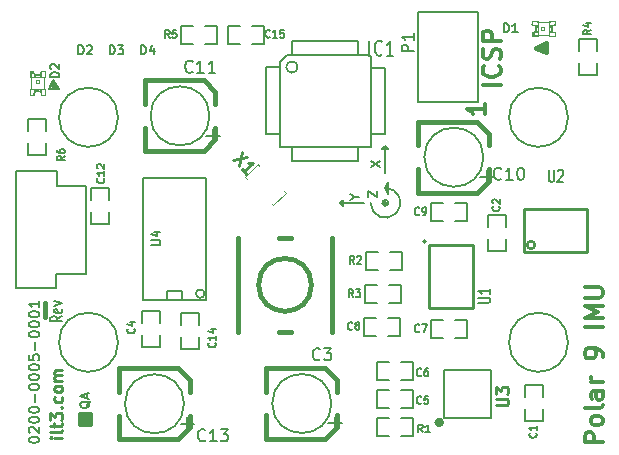
<source format=gto>
G04 (created by PCBNEW-RS274X (2011-nov-30)-testing) date Mon 06 Aug 2012 11:32:35 AM EDT*
%MOIN*%
G04 Gerber Fmt 3.4, Leading zero omitted, Abs format*
%FSLAX34Y34*%
G01*
G70*
G90*
G04 APERTURE LIST*
%ADD10C,0.006*%
%ADD11C,0.012*%
%ADD12C,0.0075*%
%ADD13C,0.01*%
%ADD14C,0.015*%
%ADD15C,0.0079*%
%ADD16C,0.0026*%
%ADD17C,0.004*%
%ADD18C,0.002*%
%ADD19C,0.008*%
%ADD20C,0.0039*%
%ADD21C,0.005*%
%ADD22C,0.0078*%
%ADD23C,0.0099*%
%ADD24C,0.007*%
%ADD25C,0.0062*%
G04 APERTURE END LIST*
G54D10*
G54D11*
X19643Y415D02*
X19043Y415D01*
X19043Y643D01*
X19071Y701D01*
X19100Y729D01*
X19157Y758D01*
X19243Y758D01*
X19300Y729D01*
X19329Y701D01*
X19357Y643D01*
X19357Y415D01*
X19643Y1101D02*
X19614Y1043D01*
X19586Y1015D01*
X19529Y986D01*
X19357Y986D01*
X19300Y1015D01*
X19271Y1043D01*
X19243Y1101D01*
X19243Y1186D01*
X19271Y1243D01*
X19300Y1272D01*
X19357Y1301D01*
X19529Y1301D01*
X19586Y1272D01*
X19614Y1243D01*
X19643Y1186D01*
X19643Y1101D01*
X19643Y1644D02*
X19614Y1586D01*
X19557Y1558D01*
X19043Y1558D01*
X19643Y2129D02*
X19329Y2129D01*
X19271Y2100D01*
X19243Y2043D01*
X19243Y1929D01*
X19271Y1872D01*
X19614Y2129D02*
X19643Y2072D01*
X19643Y1929D01*
X19614Y1872D01*
X19557Y1843D01*
X19500Y1843D01*
X19443Y1872D01*
X19414Y1929D01*
X19414Y2072D01*
X19386Y2129D01*
X19643Y2415D02*
X19243Y2415D01*
X19357Y2415D02*
X19300Y2443D01*
X19271Y2472D01*
X19243Y2529D01*
X19243Y2586D01*
X19643Y3271D02*
X19643Y3386D01*
X19614Y3443D01*
X19586Y3471D01*
X19500Y3529D01*
X19386Y3557D01*
X19157Y3557D01*
X19100Y3529D01*
X19071Y3500D01*
X19043Y3443D01*
X19043Y3329D01*
X19071Y3271D01*
X19100Y3243D01*
X19157Y3214D01*
X19300Y3214D01*
X19357Y3243D01*
X19386Y3271D01*
X19414Y3329D01*
X19414Y3443D01*
X19386Y3500D01*
X19357Y3529D01*
X19300Y3557D01*
X19643Y4271D02*
X19043Y4271D01*
X19643Y4557D02*
X19043Y4557D01*
X19471Y4757D01*
X19043Y4957D01*
X19643Y4957D01*
X19043Y5243D02*
X19529Y5243D01*
X19586Y5271D01*
X19614Y5300D01*
X19643Y5357D01*
X19643Y5471D01*
X19614Y5529D01*
X19586Y5557D01*
X19529Y5586D01*
X19043Y5586D01*
G54D12*
X2550Y1786D02*
X2536Y1758D01*
X2507Y1729D01*
X2464Y1686D01*
X2450Y1658D01*
X2450Y1629D01*
X2521Y1644D02*
X2507Y1615D01*
X2479Y1586D01*
X2421Y1572D01*
X2321Y1572D01*
X2264Y1586D01*
X2236Y1615D01*
X2221Y1644D01*
X2221Y1701D01*
X2236Y1729D01*
X2264Y1758D01*
X2321Y1772D01*
X2421Y1772D01*
X2479Y1758D01*
X2507Y1729D01*
X2521Y1701D01*
X2521Y1644D01*
X2436Y1886D02*
X2436Y2029D01*
X2521Y1858D02*
X2221Y1958D01*
X2521Y2058D01*
G54D13*
X1632Y570D02*
X1365Y570D01*
X1232Y570D02*
X1251Y551D01*
X1270Y570D01*
X1251Y589D01*
X1232Y570D01*
X1270Y570D01*
X1632Y817D02*
X1613Y779D01*
X1575Y760D01*
X1232Y760D01*
X1365Y913D02*
X1365Y1065D01*
X1232Y970D02*
X1575Y970D01*
X1613Y989D01*
X1632Y1027D01*
X1632Y1065D01*
X1232Y1161D02*
X1232Y1409D01*
X1384Y1275D01*
X1384Y1333D01*
X1403Y1371D01*
X1422Y1390D01*
X1460Y1409D01*
X1556Y1409D01*
X1594Y1390D01*
X1613Y1371D01*
X1632Y1333D01*
X1632Y1218D01*
X1613Y1180D01*
X1594Y1161D01*
X1594Y1580D02*
X1613Y1599D01*
X1632Y1580D01*
X1613Y1561D01*
X1594Y1580D01*
X1632Y1580D01*
X1613Y1942D02*
X1632Y1904D01*
X1632Y1827D01*
X1613Y1789D01*
X1594Y1770D01*
X1556Y1751D01*
X1441Y1751D01*
X1403Y1770D01*
X1384Y1789D01*
X1365Y1827D01*
X1365Y1904D01*
X1384Y1942D01*
X1632Y2170D02*
X1613Y2132D01*
X1594Y2113D01*
X1556Y2094D01*
X1441Y2094D01*
X1403Y2113D01*
X1384Y2132D01*
X1365Y2170D01*
X1365Y2228D01*
X1384Y2266D01*
X1403Y2285D01*
X1441Y2304D01*
X1556Y2304D01*
X1594Y2285D01*
X1613Y2266D01*
X1632Y2228D01*
X1632Y2170D01*
X1632Y2475D02*
X1365Y2475D01*
X1403Y2475D02*
X1384Y2494D01*
X1365Y2532D01*
X1365Y2590D01*
X1384Y2628D01*
X1422Y2647D01*
X1632Y2647D01*
X1422Y2647D02*
X1384Y2666D01*
X1365Y2704D01*
X1365Y2761D01*
X1384Y2799D01*
X1422Y2818D01*
X1632Y2818D01*
G54D12*
X1632Y4620D02*
X1441Y4520D01*
X1632Y4448D02*
X1232Y4448D01*
X1232Y4563D01*
X1251Y4591D01*
X1270Y4606D01*
X1308Y4620D01*
X1365Y4620D01*
X1403Y4606D01*
X1422Y4591D01*
X1441Y4563D01*
X1441Y4448D01*
X1613Y4863D02*
X1632Y4834D01*
X1632Y4777D01*
X1613Y4748D01*
X1575Y4734D01*
X1422Y4734D01*
X1384Y4748D01*
X1365Y4777D01*
X1365Y4834D01*
X1384Y4863D01*
X1422Y4877D01*
X1460Y4877D01*
X1499Y4734D01*
X1365Y4977D02*
X1632Y5048D01*
X1365Y5120D01*
G54D14*
X1040Y5050D02*
X1040Y4590D01*
G54D12*
X512Y479D02*
X512Y512D01*
X528Y546D01*
X545Y562D01*
X578Y579D01*
X645Y596D01*
X728Y596D01*
X795Y579D01*
X828Y562D01*
X845Y546D01*
X862Y512D01*
X862Y479D01*
X845Y446D01*
X828Y429D01*
X795Y412D01*
X728Y396D01*
X645Y396D01*
X578Y412D01*
X545Y429D01*
X528Y446D01*
X512Y479D01*
X545Y729D02*
X528Y745D01*
X512Y779D01*
X512Y862D01*
X528Y895D01*
X545Y912D01*
X578Y929D01*
X612Y929D01*
X662Y912D01*
X862Y712D01*
X862Y929D01*
X512Y1145D02*
X512Y1178D01*
X528Y1212D01*
X545Y1228D01*
X578Y1245D01*
X645Y1262D01*
X728Y1262D01*
X795Y1245D01*
X828Y1228D01*
X845Y1212D01*
X862Y1178D01*
X862Y1145D01*
X845Y1112D01*
X828Y1095D01*
X795Y1078D01*
X728Y1062D01*
X645Y1062D01*
X578Y1078D01*
X545Y1095D01*
X528Y1112D01*
X512Y1145D01*
X512Y1478D02*
X512Y1511D01*
X528Y1545D01*
X545Y1561D01*
X578Y1578D01*
X645Y1595D01*
X728Y1595D01*
X795Y1578D01*
X828Y1561D01*
X845Y1545D01*
X862Y1511D01*
X862Y1478D01*
X845Y1445D01*
X828Y1428D01*
X795Y1411D01*
X728Y1395D01*
X645Y1395D01*
X578Y1411D01*
X545Y1428D01*
X528Y1445D01*
X512Y1478D01*
X728Y1744D02*
X728Y2011D01*
X512Y2244D02*
X512Y2277D01*
X528Y2311D01*
X545Y2327D01*
X578Y2344D01*
X645Y2361D01*
X728Y2361D01*
X795Y2344D01*
X828Y2327D01*
X845Y2311D01*
X862Y2277D01*
X862Y2244D01*
X845Y2211D01*
X828Y2194D01*
X795Y2177D01*
X728Y2161D01*
X645Y2161D01*
X578Y2177D01*
X545Y2194D01*
X528Y2211D01*
X512Y2244D01*
X512Y2577D02*
X512Y2610D01*
X528Y2644D01*
X545Y2660D01*
X578Y2677D01*
X645Y2694D01*
X728Y2694D01*
X795Y2677D01*
X828Y2660D01*
X845Y2644D01*
X862Y2610D01*
X862Y2577D01*
X845Y2544D01*
X828Y2527D01*
X795Y2510D01*
X728Y2494D01*
X645Y2494D01*
X578Y2510D01*
X545Y2527D01*
X528Y2544D01*
X512Y2577D01*
X512Y2910D02*
X512Y2943D01*
X528Y2977D01*
X545Y2993D01*
X578Y3010D01*
X645Y3027D01*
X728Y3027D01*
X795Y3010D01*
X828Y2993D01*
X845Y2977D01*
X862Y2943D01*
X862Y2910D01*
X845Y2877D01*
X828Y2860D01*
X795Y2843D01*
X728Y2827D01*
X645Y2827D01*
X578Y2843D01*
X545Y2860D01*
X528Y2877D01*
X512Y2910D01*
X512Y3343D02*
X512Y3176D01*
X678Y3160D01*
X662Y3176D01*
X645Y3210D01*
X645Y3293D01*
X662Y3326D01*
X678Y3343D01*
X712Y3360D01*
X795Y3360D01*
X828Y3343D01*
X845Y3326D01*
X862Y3293D01*
X862Y3210D01*
X845Y3176D01*
X828Y3160D01*
X728Y3509D02*
X728Y3776D01*
X512Y4009D02*
X512Y4042D01*
X528Y4076D01*
X545Y4092D01*
X578Y4109D01*
X645Y4126D01*
X728Y4126D01*
X795Y4109D01*
X828Y4092D01*
X845Y4076D01*
X862Y4042D01*
X862Y4009D01*
X845Y3976D01*
X828Y3959D01*
X795Y3942D01*
X728Y3926D01*
X645Y3926D01*
X578Y3942D01*
X545Y3959D01*
X528Y3976D01*
X512Y4009D01*
X512Y4342D02*
X512Y4375D01*
X528Y4409D01*
X545Y4425D01*
X578Y4442D01*
X645Y4459D01*
X728Y4459D01*
X795Y4442D01*
X828Y4425D01*
X845Y4409D01*
X862Y4375D01*
X862Y4342D01*
X845Y4309D01*
X828Y4292D01*
X795Y4275D01*
X728Y4259D01*
X645Y4259D01*
X578Y4275D01*
X545Y4292D01*
X528Y4309D01*
X512Y4342D01*
X512Y4675D02*
X512Y4708D01*
X528Y4742D01*
X545Y4758D01*
X578Y4775D01*
X645Y4792D01*
X728Y4792D01*
X795Y4775D01*
X828Y4758D01*
X845Y4742D01*
X862Y4708D01*
X862Y4675D01*
X845Y4642D01*
X828Y4625D01*
X795Y4608D01*
X728Y4592D01*
X645Y4592D01*
X578Y4608D01*
X545Y4625D01*
X528Y4642D01*
X512Y4675D01*
X862Y5125D02*
X862Y4925D01*
X862Y5025D02*
X512Y5025D01*
X562Y4991D01*
X595Y4958D01*
X612Y4925D01*
G54D15*
X13739Y7112D02*
G75*
G03X13739Y7112I-40J0D01*
G74*
G01*
G54D13*
X13855Y4910D02*
X13855Y7010D01*
X13855Y7010D02*
X15305Y7010D01*
X15305Y7010D02*
X15305Y4910D01*
X15305Y4910D02*
X13855Y4910D01*
G54D14*
X14274Y1080D02*
G75*
G03X14274Y1080I-79J0D01*
G74*
G01*
G54D15*
X14353Y1238D02*
X14353Y2812D01*
X14353Y2812D02*
X15927Y2812D01*
X15927Y2812D02*
X15927Y1238D01*
X15927Y1238D02*
X14353Y1238D01*
X11700Y8400D02*
X10900Y8400D01*
X10900Y8400D02*
X11000Y8300D01*
X11000Y8300D02*
X11000Y8500D01*
X11000Y8500D02*
X10900Y8400D01*
X12400Y9400D02*
X12400Y10300D01*
X12400Y10300D02*
X12300Y10200D01*
X12300Y10200D02*
X12500Y10200D01*
X12500Y10200D02*
X12400Y10300D01*
X12400Y8300D02*
X12400Y8500D01*
X12500Y8400D02*
X12300Y8400D01*
X12500Y8400D02*
G75*
G03X12500Y8400I-100J0D01*
G74*
G01*
X12500Y8700D02*
X12400Y8900D01*
X12400Y8900D02*
X12500Y9100D01*
X12500Y9100D02*
X12500Y8700D01*
X11900Y8400D02*
G75*
G03X12400Y8900I500J0D01*
G74*
G01*
X1194Y12203D02*
X1312Y12479D01*
X1312Y12479D02*
X1509Y12203D01*
X1509Y12203D02*
X1194Y12203D01*
X1194Y12203D02*
X1430Y12243D01*
X1430Y12243D02*
X1312Y12361D01*
X1312Y12361D02*
X1272Y12282D01*
X1272Y12282D02*
X1351Y12282D01*
X1351Y12282D02*
X1312Y12400D01*
G54D16*
X918Y12596D02*
X1046Y12596D01*
X1046Y12596D02*
X1046Y12793D01*
X918Y12793D02*
X1046Y12793D01*
X918Y12596D02*
X918Y12793D01*
X673Y12596D02*
X732Y12596D01*
X732Y12596D02*
X732Y12695D01*
X673Y12695D02*
X732Y12695D01*
X673Y12596D02*
X673Y12695D01*
X868Y12596D02*
X927Y12596D01*
X927Y12596D02*
X927Y12695D01*
X868Y12695D02*
X927Y12695D01*
X868Y12596D02*
X868Y12695D01*
X722Y12596D02*
X878Y12596D01*
X878Y12596D02*
X878Y12665D01*
X722Y12665D02*
X878Y12665D01*
X722Y12596D02*
X722Y12665D01*
X918Y12007D02*
X1046Y12007D01*
X1046Y12007D02*
X1046Y12204D01*
X918Y12204D02*
X1046Y12204D01*
X918Y12007D02*
X918Y12204D01*
X554Y12007D02*
X682Y12007D01*
X682Y12007D02*
X682Y12204D01*
X554Y12204D02*
X682Y12204D01*
X554Y12007D02*
X554Y12204D01*
X868Y12105D02*
X927Y12105D01*
X927Y12105D02*
X927Y12204D01*
X868Y12204D02*
X927Y12204D01*
X868Y12105D02*
X868Y12204D01*
X673Y12105D02*
X732Y12105D01*
X732Y12105D02*
X732Y12204D01*
X673Y12204D02*
X732Y12204D01*
X673Y12105D02*
X673Y12204D01*
X722Y12135D02*
X878Y12135D01*
X878Y12135D02*
X878Y12204D01*
X722Y12204D02*
X878Y12204D01*
X722Y12135D02*
X722Y12204D01*
X761Y12400D02*
X839Y12400D01*
X839Y12400D02*
X839Y12478D01*
X761Y12478D02*
X839Y12478D01*
X761Y12400D02*
X761Y12478D01*
X564Y12596D02*
X682Y12596D01*
X682Y12596D02*
X682Y12714D01*
X564Y12714D02*
X682Y12714D01*
X564Y12596D02*
X564Y12714D01*
X554Y12764D02*
X643Y12764D01*
X643Y12764D02*
X643Y12793D01*
X554Y12793D02*
X643Y12793D01*
X554Y12764D02*
X554Y12793D01*
G54D17*
X1026Y12606D02*
X1026Y12194D01*
X574Y12204D02*
X574Y12764D01*
G54D18*
X651Y12734D02*
G75*
G03X651Y12734I-28J0D01*
G74*
G01*
G54D17*
X663Y12793D02*
G75*
G03X937Y12793I137J0D01*
G74*
G01*
X937Y12007D02*
G75*
G03X663Y12007I-137J0D01*
G74*
G01*
G54D19*
X15480Y14750D02*
X15480Y11750D01*
X13480Y11750D02*
X13480Y14750D01*
X13480Y14750D02*
X15480Y14750D01*
X15480Y11750D02*
X13480Y11750D01*
G54D15*
X82Y9469D02*
X82Y5571D01*
X82Y5571D02*
X1420Y5571D01*
X1420Y5571D02*
X1420Y6043D01*
X1420Y6043D02*
X2405Y6043D01*
X2405Y6043D02*
X2405Y8957D01*
X2405Y8957D02*
X1460Y8957D01*
X1460Y8957D02*
X1460Y9469D01*
X1460Y9469D02*
X82Y9469D01*
G54D14*
X17749Y13733D02*
X17434Y13575D01*
X17434Y13575D02*
X17749Y13418D01*
X17749Y13418D02*
X17749Y13733D01*
X17749Y13733D02*
X17591Y13496D01*
G54D16*
X17474Y14323D02*
X17474Y14451D01*
X17474Y14451D02*
X17277Y14451D01*
X17277Y14323D02*
X17277Y14451D01*
X17474Y14323D02*
X17277Y14323D01*
X17474Y14078D02*
X17474Y14137D01*
X17474Y14137D02*
X17375Y14137D01*
X17375Y14078D02*
X17375Y14137D01*
X17474Y14078D02*
X17375Y14078D01*
X17474Y14273D02*
X17474Y14332D01*
X17474Y14332D02*
X17375Y14332D01*
X17375Y14273D02*
X17375Y14332D01*
X17474Y14273D02*
X17375Y14273D01*
X17474Y14127D02*
X17474Y14283D01*
X17474Y14283D02*
X17405Y14283D01*
X17405Y14127D02*
X17405Y14283D01*
X17474Y14127D02*
X17405Y14127D01*
X18063Y14323D02*
X18063Y14451D01*
X18063Y14451D02*
X17866Y14451D01*
X17866Y14323D02*
X17866Y14451D01*
X18063Y14323D02*
X17866Y14323D01*
X18063Y13959D02*
X18063Y14087D01*
X18063Y14087D02*
X17866Y14087D01*
X17866Y13959D02*
X17866Y14087D01*
X18063Y13959D02*
X17866Y13959D01*
X17965Y14273D02*
X17965Y14332D01*
X17965Y14332D02*
X17866Y14332D01*
X17866Y14273D02*
X17866Y14332D01*
X17965Y14273D02*
X17866Y14273D01*
X17965Y14078D02*
X17965Y14137D01*
X17965Y14137D02*
X17866Y14137D01*
X17866Y14078D02*
X17866Y14137D01*
X17965Y14078D02*
X17866Y14078D01*
X17935Y14127D02*
X17935Y14283D01*
X17935Y14283D02*
X17866Y14283D01*
X17866Y14127D02*
X17866Y14283D01*
X17935Y14127D02*
X17866Y14127D01*
X17670Y14166D02*
X17670Y14244D01*
X17670Y14244D02*
X17592Y14244D01*
X17592Y14166D02*
X17592Y14244D01*
X17670Y14166D02*
X17592Y14166D01*
X17474Y13969D02*
X17474Y14087D01*
X17474Y14087D02*
X17356Y14087D01*
X17356Y13969D02*
X17356Y14087D01*
X17474Y13969D02*
X17356Y13969D01*
X17306Y13959D02*
X17306Y14048D01*
X17306Y14048D02*
X17277Y14048D01*
X17277Y13959D02*
X17277Y14048D01*
X17306Y13959D02*
X17277Y13959D01*
G54D17*
X17464Y14431D02*
X17876Y14431D01*
X17866Y13979D02*
X17306Y13979D01*
G54D18*
X17364Y14028D02*
G75*
G03X17364Y14028I-28J0D01*
G74*
G01*
G54D17*
X17277Y14068D02*
G75*
G03X17277Y14342I0J137D01*
G74*
G01*
X18063Y14342D02*
G75*
G03X18063Y14068I0J-137D01*
G74*
G01*
G54D20*
X8191Y9626D02*
X8136Y9682D01*
X7774Y9209D02*
X7718Y9264D01*
X8609Y8374D02*
X8664Y8318D01*
X9026Y8791D02*
X9082Y8736D01*
X7718Y9264D02*
X8136Y9682D01*
X9082Y8736D02*
X8664Y8318D01*
G54D13*
X17015Y8200D02*
X19115Y8200D01*
X19115Y8200D02*
X19115Y6750D01*
X19115Y6750D02*
X17015Y6750D01*
X17015Y6750D02*
X17015Y8200D01*
X17376Y6994D02*
G75*
G03X17376Y6994I-128J0D01*
G74*
G01*
G54D10*
X12380Y10710D02*
X11930Y10710D01*
X12380Y12890D02*
X11940Y12890D01*
X12380Y10710D02*
X12380Y12890D01*
X11500Y10240D02*
X11500Y9810D01*
X9290Y10230D02*
X9290Y9810D01*
X9280Y9810D02*
X11500Y9800D01*
X9300Y13780D02*
X11470Y13790D01*
X8870Y13090D02*
X8870Y10260D01*
X11480Y13780D02*
X11480Y13370D01*
X9120Y13330D02*
X11900Y13330D01*
X11920Y10250D02*
X11920Y13290D01*
X8870Y10250D02*
X11870Y10250D01*
X8420Y12920D02*
X8420Y10700D01*
X8420Y10700D02*
X8870Y10700D01*
X8874Y13100D02*
X9104Y13330D01*
X8422Y12920D02*
X8874Y12920D01*
X9300Y13330D02*
X9300Y13782D01*
X9470Y12926D02*
G75*
G03X9470Y12926I-188J0D01*
G74*
G01*
G54D21*
X6366Y5370D02*
G75*
G03X6366Y5370I-141J0D01*
G74*
G01*
X5125Y5170D02*
X5125Y5470D01*
X5125Y5470D02*
X5625Y5470D01*
X5625Y5470D02*
X5625Y5170D01*
X6425Y9220D02*
X6425Y5170D01*
X4325Y5170D02*
X4325Y9220D01*
X4325Y5170D02*
X6425Y5170D01*
X4325Y9220D02*
X6425Y9220D01*
X12140Y6175D02*
X11740Y6175D01*
X11740Y6175D02*
X11740Y6775D01*
X11740Y6775D02*
X12140Y6775D01*
X12540Y6775D02*
X12940Y6775D01*
X12940Y6775D02*
X12940Y6175D01*
X12940Y6175D02*
X12540Y6175D01*
X12520Y615D02*
X12120Y615D01*
X12120Y615D02*
X12120Y1215D01*
X12120Y1215D02*
X12520Y1215D01*
X12920Y1215D02*
X13320Y1215D01*
X13320Y1215D02*
X13320Y615D01*
X13320Y615D02*
X12920Y615D01*
X17040Y1925D02*
X17040Y2325D01*
X17040Y2325D02*
X17640Y2325D01*
X17640Y2325D02*
X17640Y1925D01*
X17640Y1525D02*
X17640Y1125D01*
X17640Y1125D02*
X17040Y1125D01*
X17040Y1125D02*
X17040Y1525D01*
X14315Y3895D02*
X13915Y3895D01*
X13915Y3895D02*
X13915Y4495D01*
X13915Y4495D02*
X14315Y4495D01*
X14715Y4495D02*
X15115Y4495D01*
X15115Y4495D02*
X15115Y3895D01*
X15115Y3895D02*
X14715Y3895D01*
X15810Y7580D02*
X15810Y7980D01*
X15810Y7980D02*
X16410Y7980D01*
X16410Y7980D02*
X16410Y7580D01*
X16410Y7180D02*
X16410Y6780D01*
X16410Y6780D02*
X15810Y6780D01*
X15810Y6780D02*
X15810Y7180D01*
X14315Y7795D02*
X13915Y7795D01*
X13915Y7795D02*
X13915Y8395D01*
X13915Y8395D02*
X14315Y8395D01*
X14715Y8395D02*
X15115Y8395D01*
X15115Y8395D02*
X15115Y7795D01*
X15115Y7795D02*
X14715Y7795D01*
X12080Y3970D02*
X11680Y3970D01*
X11680Y3970D02*
X11680Y4570D01*
X11680Y4570D02*
X12080Y4570D01*
X12480Y4570D02*
X12880Y4570D01*
X12880Y4570D02*
X12880Y3970D01*
X12880Y3970D02*
X12480Y3970D01*
X12110Y5065D02*
X11710Y5065D01*
X11710Y5065D02*
X11710Y5665D01*
X11710Y5665D02*
X12110Y5665D01*
X12510Y5665D02*
X12910Y5665D01*
X12910Y5665D02*
X12910Y5065D01*
X12910Y5065D02*
X12510Y5065D01*
X4270Y4395D02*
X4270Y4795D01*
X4270Y4795D02*
X4870Y4795D01*
X4870Y4795D02*
X4870Y4395D01*
X4870Y3995D02*
X4870Y3595D01*
X4870Y3595D02*
X4270Y3595D01*
X4270Y3595D02*
X4270Y3995D01*
X12905Y3090D02*
X13305Y3090D01*
X13305Y3090D02*
X13305Y2490D01*
X13305Y2490D02*
X12905Y2490D01*
X12505Y2490D02*
X12105Y2490D01*
X12105Y2490D02*
X12105Y3090D01*
X12105Y3090D02*
X12505Y3090D01*
X12920Y2175D02*
X13320Y2175D01*
X13320Y2175D02*
X13320Y1575D01*
X13320Y1575D02*
X12920Y1575D01*
X12520Y1575D02*
X12120Y1575D01*
X12120Y1575D02*
X12120Y2175D01*
X12120Y2175D02*
X12520Y2175D01*
X5600Y4325D02*
X5600Y4725D01*
X5600Y4725D02*
X6200Y4725D01*
X6200Y4725D02*
X6200Y4325D01*
X6200Y3925D02*
X6200Y3525D01*
X6200Y3525D02*
X5600Y3525D01*
X5600Y3525D02*
X5600Y3925D01*
X3200Y8100D02*
X3200Y7700D01*
X3200Y7700D02*
X2600Y7700D01*
X2600Y7700D02*
X2600Y8100D01*
X2600Y8500D02*
X2600Y8900D01*
X2600Y8900D02*
X3200Y8900D01*
X3200Y8900D02*
X3200Y8500D01*
X7960Y14310D02*
X8360Y14310D01*
X8360Y14310D02*
X8360Y13710D01*
X8360Y13710D02*
X7960Y13710D01*
X7560Y13710D02*
X7160Y13710D01*
X7160Y13710D02*
X7160Y14310D01*
X7160Y14310D02*
X7560Y14310D01*
X5990Y13700D02*
X5590Y13700D01*
X5590Y13700D02*
X5590Y14300D01*
X5590Y14300D02*
X5990Y14300D01*
X6390Y14300D02*
X6790Y14300D01*
X6790Y14300D02*
X6790Y13700D01*
X6790Y13700D02*
X6390Y13700D01*
X18840Y13460D02*
X18840Y13860D01*
X18840Y13860D02*
X19440Y13860D01*
X19440Y13860D02*
X19440Y13460D01*
X19440Y13060D02*
X19440Y12660D01*
X19440Y12660D02*
X18840Y12660D01*
X18840Y12660D02*
X18840Y13060D01*
G54D14*
X15861Y10314D02*
X15861Y10707D01*
X15861Y10707D02*
X15467Y11101D01*
X15467Y11101D02*
X13499Y11101D01*
X13499Y11101D02*
X13499Y10314D01*
X13499Y9526D02*
X13499Y8739D01*
X13499Y8739D02*
X15467Y8739D01*
X15467Y8739D02*
X15861Y9133D01*
X15861Y9133D02*
X15861Y9526D01*
G54D22*
X15664Y9920D02*
G75*
G03X15664Y9920I-984J0D01*
G74*
G01*
G54D14*
X10791Y2104D02*
X10791Y2497D01*
X10791Y2497D02*
X10397Y2891D01*
X10397Y2891D02*
X8429Y2891D01*
X8429Y2891D02*
X8429Y2104D01*
X8429Y1316D02*
X8429Y529D01*
X8429Y529D02*
X10397Y529D01*
X10397Y529D02*
X10791Y923D01*
X10791Y923D02*
X10791Y1316D01*
G54D22*
X10594Y1710D02*
G75*
G03X10594Y1710I-984J0D01*
G74*
G01*
G54D14*
X5881Y2094D02*
X5881Y2487D01*
X5881Y2487D02*
X5487Y2881D01*
X5487Y2881D02*
X3519Y2881D01*
X3519Y2881D02*
X3519Y2094D01*
X3519Y1306D02*
X3519Y519D01*
X3519Y519D02*
X5487Y519D01*
X5487Y519D02*
X5881Y913D01*
X5881Y913D02*
X5881Y1306D01*
G54D22*
X5684Y1700D02*
G75*
G03X5684Y1700I-984J0D01*
G74*
G01*
G54D14*
X6731Y11694D02*
X6731Y12087D01*
X6731Y12087D02*
X6337Y12481D01*
X6337Y12481D02*
X4369Y12481D01*
X4369Y12481D02*
X4369Y11694D01*
X4369Y10906D02*
X4369Y10119D01*
X4369Y10119D02*
X6337Y10119D01*
X6337Y10119D02*
X6731Y10513D01*
X6731Y10513D02*
X6731Y10906D01*
G54D22*
X6534Y11300D02*
G75*
G03X6534Y11300I-984J0D01*
G74*
G01*
G54D15*
X3484Y11250D02*
G75*
G03X3484Y11250I-984J0D01*
G74*
G01*
X18484Y3750D02*
G75*
G03X18484Y3750I-984J0D01*
G74*
G01*
X18484Y11250D02*
G75*
G03X18484Y11250I-984J0D01*
G74*
G01*
X3484Y3750D02*
G75*
G03X3484Y3750I-984J0D01*
G74*
G01*
G54D21*
X500Y10800D02*
X500Y11200D01*
X500Y11200D02*
X1100Y11200D01*
X1100Y11200D02*
X1100Y10800D01*
X1100Y10400D02*
X1100Y10000D01*
X1100Y10000D02*
X500Y10000D01*
X500Y10000D02*
X500Y10400D01*
G54D14*
X7475Y7240D02*
X7475Y4090D01*
X9247Y7240D02*
X8853Y7240D01*
X9247Y4090D02*
X8853Y4090D01*
X10625Y7240D02*
X10625Y4090D01*
X9930Y5665D02*
G75*
G03X9930Y5665I-880J0D01*
G74*
G01*
G54D12*
X15498Y5065D02*
X15822Y5065D01*
X15860Y5080D01*
X15879Y5094D01*
X15898Y5123D01*
X15898Y5180D01*
X15879Y5208D01*
X15860Y5223D01*
X15822Y5237D01*
X15498Y5237D01*
X15898Y5537D02*
X15898Y5365D01*
X15898Y5451D02*
X15498Y5451D01*
X15555Y5422D01*
X15593Y5394D01*
X15612Y5365D01*
G54D23*
X16100Y1650D02*
X16419Y1650D01*
X16457Y1669D01*
X16476Y1687D01*
X16494Y1725D01*
X16494Y1800D01*
X16476Y1837D01*
X16457Y1856D01*
X16419Y1875D01*
X16100Y1875D01*
X16100Y2025D02*
X16100Y2269D01*
X16251Y2138D01*
X16251Y2194D01*
X16269Y2232D01*
X16288Y2250D01*
X16326Y2269D01*
X16419Y2269D01*
X16457Y2250D01*
X16476Y2232D01*
X16494Y2194D01*
X16494Y2082D01*
X16476Y2044D01*
X16457Y2025D01*
G54D11*
G54D24*
X11921Y9600D02*
X12221Y9800D01*
X11921Y9800D02*
X12221Y9600D01*
X11379Y8601D02*
X11521Y8601D01*
X11221Y8501D02*
X11379Y8601D01*
X11221Y8701D01*
X11821Y8600D02*
X11821Y8800D01*
X12121Y8600D01*
X12121Y8800D01*
X2164Y13349D02*
X2164Y13649D01*
X2236Y13649D01*
X2279Y13634D01*
X2307Y13606D01*
X2322Y13577D01*
X2336Y13520D01*
X2336Y13477D01*
X2322Y13420D01*
X2307Y13391D01*
X2279Y13363D01*
X2236Y13349D01*
X2164Y13349D01*
X2450Y13620D02*
X2464Y13634D01*
X2493Y13649D01*
X2564Y13649D01*
X2593Y13634D01*
X2607Y13620D01*
X2622Y13591D01*
X2622Y13563D01*
X2607Y13520D01*
X2436Y13349D01*
X2622Y13349D01*
X3208Y13349D02*
X3208Y13649D01*
X3280Y13649D01*
X3323Y13634D01*
X3351Y13606D01*
X3366Y13577D01*
X3380Y13520D01*
X3380Y13477D01*
X3366Y13420D01*
X3351Y13391D01*
X3323Y13363D01*
X3280Y13349D01*
X3208Y13349D01*
X3480Y13649D02*
X3666Y13649D01*
X3566Y13534D01*
X3608Y13534D01*
X3637Y13520D01*
X3651Y13506D01*
X3666Y13477D01*
X3666Y13406D01*
X3651Y13377D01*
X3637Y13363D01*
X3608Y13349D01*
X3523Y13349D01*
X3494Y13363D01*
X3480Y13377D01*
X4252Y13349D02*
X4252Y13649D01*
X4324Y13649D01*
X4367Y13634D01*
X4395Y13606D01*
X4410Y13577D01*
X4424Y13520D01*
X4424Y13477D01*
X4410Y13420D01*
X4395Y13391D01*
X4367Y13363D01*
X4324Y13349D01*
X4252Y13349D01*
X4681Y13549D02*
X4681Y13349D01*
X4610Y13663D02*
X4538Y13449D01*
X4724Y13449D01*
G54D21*
X1521Y12578D02*
X1221Y12578D01*
X1221Y12650D01*
X1236Y12693D01*
X1264Y12721D01*
X1293Y12736D01*
X1350Y12750D01*
X1393Y12750D01*
X1450Y12736D01*
X1479Y12721D01*
X1507Y12693D01*
X1521Y12650D01*
X1521Y12578D01*
X1250Y12864D02*
X1236Y12878D01*
X1221Y12907D01*
X1221Y12978D01*
X1236Y13007D01*
X1250Y13021D01*
X1279Y13036D01*
X1307Y13036D01*
X1350Y13021D01*
X1521Y12850D01*
X1521Y13036D01*
G54D19*
X13342Y13445D02*
X12942Y13445D01*
X12942Y13598D01*
X12961Y13636D01*
X12980Y13655D01*
X13018Y13674D01*
X13075Y13674D01*
X13113Y13655D01*
X13132Y13636D01*
X13151Y13598D01*
X13151Y13445D01*
X13342Y14055D02*
X13342Y13826D01*
X13342Y13940D02*
X12942Y13940D01*
X12999Y13902D01*
X13037Y13864D01*
X13056Y13826D01*
G54D11*
X15733Y11702D02*
X15733Y11359D01*
X15733Y11531D02*
X15133Y11531D01*
X15219Y11474D01*
X15276Y11416D01*
X15304Y11359D01*
X16238Y12335D02*
X15638Y12335D01*
X16181Y12964D02*
X16209Y12935D01*
X16238Y12849D01*
X16238Y12792D01*
X16209Y12707D01*
X16152Y12649D01*
X16095Y12621D01*
X15981Y12592D01*
X15895Y12592D01*
X15781Y12621D01*
X15724Y12649D01*
X15666Y12707D01*
X15638Y12792D01*
X15638Y12849D01*
X15666Y12935D01*
X15695Y12964D01*
X16209Y13192D02*
X16238Y13278D01*
X16238Y13421D01*
X16209Y13478D01*
X16181Y13507D01*
X16124Y13535D01*
X16066Y13535D01*
X16009Y13507D01*
X15981Y13478D01*
X15952Y13421D01*
X15924Y13307D01*
X15895Y13249D01*
X15866Y13221D01*
X15809Y13192D01*
X15752Y13192D01*
X15695Y13221D01*
X15666Y13249D01*
X15638Y13307D01*
X15638Y13449D01*
X15666Y13535D01*
X16238Y13792D02*
X15638Y13792D01*
X15638Y14020D01*
X15666Y14078D01*
X15695Y14106D01*
X15752Y14135D01*
X15838Y14135D01*
X15895Y14106D01*
X15924Y14078D01*
X15952Y14020D01*
X15952Y13792D01*
G54D21*
X16346Y14084D02*
X16346Y14384D01*
X16418Y14384D01*
X16461Y14369D01*
X16489Y14341D01*
X16504Y14312D01*
X16518Y14255D01*
X16518Y14212D01*
X16504Y14155D01*
X16489Y14126D01*
X16461Y14098D01*
X16418Y14084D01*
X16346Y14084D01*
X16804Y14084D02*
X16632Y14084D01*
X16718Y14084D02*
X16718Y14384D01*
X16689Y14341D01*
X16661Y14312D01*
X16632Y14298D01*
G54D13*
X7605Y10101D02*
X7511Y9630D01*
X7794Y9913D02*
X7322Y9819D01*
X7767Y9374D02*
X7605Y9536D01*
X7686Y9455D02*
X7969Y9738D01*
X7901Y9725D01*
X7848Y9725D01*
X7807Y9738D01*
G54D12*
X17845Y9498D02*
X17845Y9174D01*
X17860Y9136D01*
X17874Y9117D01*
X17903Y9098D01*
X17960Y9098D01*
X17988Y9117D01*
X18003Y9136D01*
X18017Y9174D01*
X18017Y9498D01*
X18145Y9460D02*
X18159Y9479D01*
X18188Y9498D01*
X18259Y9498D01*
X18288Y9479D01*
X18302Y9460D01*
X18317Y9422D01*
X18317Y9384D01*
X18302Y9327D01*
X18131Y9098D01*
X18317Y9098D01*
G54D19*
X11866Y13308D02*
X11866Y13808D01*
X12285Y13355D02*
X12266Y13331D01*
X12209Y13308D01*
X12171Y13308D01*
X12113Y13331D01*
X12075Y13379D01*
X12056Y13427D01*
X12037Y13522D01*
X12037Y13593D01*
X12056Y13689D01*
X12075Y13736D01*
X12113Y13784D01*
X12171Y13808D01*
X12209Y13808D01*
X12266Y13784D01*
X12285Y13760D01*
X12666Y13308D02*
X12437Y13308D01*
X12551Y13308D02*
X12551Y13808D01*
X12513Y13736D01*
X12475Y13689D01*
X12437Y13665D01*
G54D21*
X4596Y6991D02*
X4839Y6991D01*
X4868Y7006D01*
X4882Y7020D01*
X4896Y7049D01*
X4896Y7106D01*
X4882Y7134D01*
X4868Y7149D01*
X4839Y7163D01*
X4596Y7163D01*
X4696Y7434D02*
X4896Y7434D01*
X4582Y7363D02*
X4796Y7291D01*
X4796Y7477D01*
X11353Y6374D02*
X11270Y6493D01*
X11211Y6374D02*
X11211Y6624D01*
X11306Y6624D01*
X11330Y6612D01*
X11341Y6600D01*
X11353Y6576D01*
X11353Y6540D01*
X11341Y6517D01*
X11330Y6505D01*
X11306Y6493D01*
X11211Y6493D01*
X11449Y6600D02*
X11461Y6612D01*
X11484Y6624D01*
X11544Y6624D01*
X11568Y6612D01*
X11580Y6600D01*
X11591Y6576D01*
X11591Y6552D01*
X11580Y6517D01*
X11437Y6374D01*
X11591Y6374D01*
X13638Y754D02*
X13555Y873D01*
X13496Y754D02*
X13496Y1004D01*
X13591Y1004D01*
X13615Y992D01*
X13626Y980D01*
X13638Y956D01*
X13638Y920D01*
X13626Y897D01*
X13615Y885D01*
X13591Y873D01*
X13496Y873D01*
X13876Y754D02*
X13734Y754D01*
X13805Y754D02*
X13805Y1004D01*
X13781Y968D01*
X13757Y944D01*
X13734Y932D01*
X17417Y723D02*
X17429Y711D01*
X17441Y676D01*
X17441Y652D01*
X17429Y616D01*
X17405Y592D01*
X17382Y581D01*
X17334Y569D01*
X17298Y569D01*
X17251Y581D01*
X17227Y592D01*
X17203Y616D01*
X17191Y652D01*
X17191Y676D01*
X17203Y711D01*
X17215Y723D01*
X17441Y961D02*
X17441Y819D01*
X17441Y890D02*
X17191Y890D01*
X17227Y866D01*
X17251Y842D01*
X17263Y819D01*
X13528Y4118D02*
X13516Y4106D01*
X13481Y4094D01*
X13457Y4094D01*
X13421Y4106D01*
X13397Y4130D01*
X13386Y4153D01*
X13374Y4201D01*
X13374Y4237D01*
X13386Y4284D01*
X13397Y4308D01*
X13421Y4332D01*
X13457Y4344D01*
X13481Y4344D01*
X13516Y4332D01*
X13528Y4320D01*
X13612Y4344D02*
X13778Y4344D01*
X13671Y4094D01*
X16187Y8283D02*
X16199Y8271D01*
X16211Y8236D01*
X16211Y8212D01*
X16199Y8176D01*
X16175Y8152D01*
X16152Y8141D01*
X16104Y8129D01*
X16068Y8129D01*
X16021Y8141D01*
X15997Y8152D01*
X15973Y8176D01*
X15961Y8212D01*
X15961Y8236D01*
X15973Y8271D01*
X15985Y8283D01*
X15985Y8379D02*
X15973Y8391D01*
X15961Y8414D01*
X15961Y8474D01*
X15973Y8498D01*
X15985Y8510D01*
X16009Y8521D01*
X16033Y8521D01*
X16068Y8510D01*
X16211Y8367D01*
X16211Y8521D01*
X13528Y8018D02*
X13516Y8006D01*
X13481Y7994D01*
X13457Y7994D01*
X13421Y8006D01*
X13397Y8030D01*
X13386Y8053D01*
X13374Y8101D01*
X13374Y8137D01*
X13386Y8184D01*
X13397Y8208D01*
X13421Y8232D01*
X13457Y8244D01*
X13481Y8244D01*
X13516Y8232D01*
X13528Y8220D01*
X13647Y7994D02*
X13695Y7994D01*
X13719Y8006D01*
X13731Y8018D01*
X13755Y8053D01*
X13766Y8101D01*
X13766Y8196D01*
X13755Y8220D01*
X13743Y8232D01*
X13719Y8244D01*
X13671Y8244D01*
X13647Y8232D01*
X13636Y8220D01*
X13624Y8196D01*
X13624Y8137D01*
X13636Y8113D01*
X13647Y8101D01*
X13671Y8089D01*
X13719Y8089D01*
X13743Y8101D01*
X13755Y8113D01*
X13766Y8137D01*
X11293Y4193D02*
X11281Y4181D01*
X11246Y4169D01*
X11222Y4169D01*
X11186Y4181D01*
X11162Y4205D01*
X11151Y4228D01*
X11139Y4276D01*
X11139Y4312D01*
X11151Y4359D01*
X11162Y4383D01*
X11186Y4407D01*
X11222Y4419D01*
X11246Y4419D01*
X11281Y4407D01*
X11293Y4395D01*
X11436Y4312D02*
X11412Y4324D01*
X11401Y4335D01*
X11389Y4359D01*
X11389Y4371D01*
X11401Y4395D01*
X11412Y4407D01*
X11436Y4419D01*
X11484Y4419D01*
X11508Y4407D01*
X11520Y4395D01*
X11531Y4371D01*
X11531Y4359D01*
X11520Y4335D01*
X11508Y4324D01*
X11484Y4312D01*
X11436Y4312D01*
X11412Y4300D01*
X11401Y4288D01*
X11389Y4264D01*
X11389Y4216D01*
X11401Y4193D01*
X11412Y4181D01*
X11436Y4169D01*
X11484Y4169D01*
X11508Y4181D01*
X11520Y4193D01*
X11531Y4216D01*
X11531Y4264D01*
X11520Y4288D01*
X11508Y4300D01*
X11484Y4312D01*
X11323Y5264D02*
X11240Y5383D01*
X11181Y5264D02*
X11181Y5514D01*
X11276Y5514D01*
X11300Y5502D01*
X11311Y5490D01*
X11323Y5466D01*
X11323Y5430D01*
X11311Y5407D01*
X11300Y5395D01*
X11276Y5383D01*
X11181Y5383D01*
X11407Y5514D02*
X11561Y5514D01*
X11478Y5419D01*
X11514Y5419D01*
X11538Y5407D01*
X11550Y5395D01*
X11561Y5371D01*
X11561Y5311D01*
X11550Y5288D01*
X11538Y5276D01*
X11514Y5264D01*
X11442Y5264D01*
X11419Y5276D01*
X11407Y5288D01*
X4017Y4202D02*
X4029Y4190D01*
X4041Y4155D01*
X4041Y4131D01*
X4029Y4095D01*
X4005Y4071D01*
X3982Y4060D01*
X3934Y4048D01*
X3898Y4048D01*
X3851Y4060D01*
X3827Y4071D01*
X3803Y4095D01*
X3791Y4131D01*
X3791Y4155D01*
X3803Y4190D01*
X3815Y4202D01*
X3875Y4417D02*
X4041Y4417D01*
X3779Y4357D02*
X3958Y4298D01*
X3958Y4452D01*
X13593Y2653D02*
X13581Y2641D01*
X13546Y2629D01*
X13522Y2629D01*
X13486Y2641D01*
X13462Y2665D01*
X13451Y2688D01*
X13439Y2736D01*
X13439Y2772D01*
X13451Y2819D01*
X13462Y2843D01*
X13486Y2867D01*
X13522Y2879D01*
X13546Y2879D01*
X13581Y2867D01*
X13593Y2855D01*
X13808Y2879D02*
X13760Y2879D01*
X13736Y2867D01*
X13724Y2855D01*
X13701Y2819D01*
X13689Y2772D01*
X13689Y2676D01*
X13701Y2653D01*
X13712Y2641D01*
X13736Y2629D01*
X13784Y2629D01*
X13808Y2641D01*
X13820Y2653D01*
X13831Y2676D01*
X13831Y2736D01*
X13820Y2760D01*
X13808Y2772D01*
X13784Y2784D01*
X13736Y2784D01*
X13712Y2772D01*
X13701Y2760D01*
X13689Y2736D01*
X13593Y1723D02*
X13581Y1711D01*
X13546Y1699D01*
X13522Y1699D01*
X13486Y1711D01*
X13462Y1735D01*
X13451Y1758D01*
X13439Y1806D01*
X13439Y1842D01*
X13451Y1889D01*
X13462Y1913D01*
X13486Y1937D01*
X13522Y1949D01*
X13546Y1949D01*
X13581Y1937D01*
X13593Y1925D01*
X13820Y1949D02*
X13701Y1949D01*
X13689Y1830D01*
X13701Y1842D01*
X13724Y1854D01*
X13784Y1854D01*
X13808Y1842D01*
X13820Y1830D01*
X13831Y1806D01*
X13831Y1746D01*
X13820Y1723D01*
X13808Y1711D01*
X13784Y1699D01*
X13724Y1699D01*
X13701Y1711D01*
X13689Y1723D01*
X6715Y3737D02*
X6727Y3725D01*
X6739Y3690D01*
X6739Y3666D01*
X6727Y3630D01*
X6703Y3606D01*
X6680Y3595D01*
X6632Y3583D01*
X6596Y3583D01*
X6549Y3595D01*
X6525Y3606D01*
X6501Y3630D01*
X6489Y3666D01*
X6489Y3690D01*
X6501Y3725D01*
X6513Y3737D01*
X6739Y3975D02*
X6739Y3833D01*
X6739Y3904D02*
X6489Y3904D01*
X6525Y3880D01*
X6549Y3856D01*
X6561Y3833D01*
X6573Y4190D02*
X6739Y4190D01*
X6477Y4130D02*
X6656Y4071D01*
X6656Y4225D01*
X3003Y9213D02*
X3015Y9201D01*
X3027Y9166D01*
X3027Y9142D01*
X3015Y9106D01*
X2991Y9082D01*
X2968Y9071D01*
X2920Y9059D01*
X2884Y9059D01*
X2837Y9071D01*
X2813Y9082D01*
X2789Y9106D01*
X2777Y9142D01*
X2777Y9166D01*
X2789Y9201D01*
X2801Y9213D01*
X3027Y9451D02*
X3027Y9309D01*
X3027Y9380D02*
X2777Y9380D01*
X2813Y9356D01*
X2837Y9332D01*
X2849Y9309D01*
X2801Y9547D02*
X2789Y9559D01*
X2777Y9582D01*
X2777Y9642D01*
X2789Y9666D01*
X2801Y9678D01*
X2825Y9689D01*
X2849Y9689D01*
X2884Y9678D01*
X3027Y9535D01*
X3027Y9689D01*
X8544Y13933D02*
X8532Y13921D01*
X8497Y13909D01*
X8473Y13909D01*
X8437Y13921D01*
X8413Y13945D01*
X8402Y13968D01*
X8390Y14016D01*
X8390Y14052D01*
X8402Y14099D01*
X8413Y14123D01*
X8437Y14147D01*
X8473Y14159D01*
X8497Y14159D01*
X8532Y14147D01*
X8544Y14135D01*
X8782Y13909D02*
X8640Y13909D01*
X8711Y13909D02*
X8711Y14159D01*
X8687Y14123D01*
X8663Y14099D01*
X8640Y14087D01*
X9009Y14159D02*
X8890Y14159D01*
X8878Y14040D01*
X8890Y14052D01*
X8913Y14064D01*
X8973Y14064D01*
X8997Y14052D01*
X9009Y14040D01*
X9020Y14016D01*
X9020Y13956D01*
X9009Y13933D01*
X8997Y13921D01*
X8973Y13909D01*
X8913Y13909D01*
X8890Y13921D01*
X8878Y13933D01*
X5203Y13899D02*
X5120Y14018D01*
X5061Y13899D02*
X5061Y14149D01*
X5156Y14149D01*
X5180Y14137D01*
X5191Y14125D01*
X5203Y14101D01*
X5203Y14065D01*
X5191Y14042D01*
X5180Y14030D01*
X5156Y14018D01*
X5061Y14018D01*
X5430Y14149D02*
X5311Y14149D01*
X5299Y14030D01*
X5311Y14042D01*
X5334Y14054D01*
X5394Y14054D01*
X5418Y14042D01*
X5430Y14030D01*
X5441Y14006D01*
X5441Y13946D01*
X5430Y13923D01*
X5418Y13911D01*
X5394Y13899D01*
X5334Y13899D01*
X5311Y13911D01*
X5299Y13923D01*
X19241Y14163D02*
X19122Y14080D01*
X19241Y14021D02*
X18991Y14021D01*
X18991Y14116D01*
X19003Y14140D01*
X19015Y14151D01*
X19039Y14163D01*
X19075Y14163D01*
X19098Y14151D01*
X19110Y14140D01*
X19122Y14116D01*
X19122Y14021D01*
X19075Y14378D02*
X19241Y14378D01*
X18979Y14318D02*
X19158Y14259D01*
X19158Y14413D01*
G54D25*
X16259Y9206D02*
X16240Y9187D01*
X16183Y9168D01*
X16145Y9168D01*
X16087Y9187D01*
X16049Y9225D01*
X16030Y9263D01*
X16011Y9340D01*
X16011Y9397D01*
X16030Y9473D01*
X16049Y9511D01*
X16087Y9549D01*
X16145Y9568D01*
X16183Y9568D01*
X16240Y9549D01*
X16259Y9530D01*
X16640Y9168D02*
X16411Y9168D01*
X16525Y9168D02*
X16525Y9568D01*
X16487Y9511D01*
X16449Y9473D01*
X16411Y9454D01*
X16887Y9568D02*
X16926Y9568D01*
X16964Y9549D01*
X16983Y9530D01*
X17002Y9492D01*
X17021Y9416D01*
X17021Y9320D01*
X17002Y9244D01*
X16983Y9206D01*
X16964Y9187D01*
X16926Y9168D01*
X16887Y9168D01*
X16849Y9187D01*
X16830Y9206D01*
X16811Y9244D01*
X16792Y9320D01*
X16792Y9416D01*
X16811Y9492D01*
X16830Y9530D01*
X16849Y9549D01*
X16887Y9568D01*
G54D19*
X15552Y9256D02*
X16009Y9256D01*
X15780Y9027D02*
X15780Y9484D01*
G54D25*
X10219Y3187D02*
X10200Y3168D01*
X10143Y3149D01*
X10105Y3149D01*
X10047Y3168D01*
X10009Y3206D01*
X9990Y3244D01*
X9971Y3321D01*
X9971Y3378D01*
X9990Y3454D01*
X10009Y3492D01*
X10047Y3530D01*
X10105Y3549D01*
X10143Y3549D01*
X10200Y3530D01*
X10219Y3511D01*
X10352Y3549D02*
X10600Y3549D01*
X10466Y3397D01*
X10524Y3397D01*
X10562Y3378D01*
X10581Y3359D01*
X10600Y3321D01*
X10600Y3225D01*
X10581Y3187D01*
X10562Y3168D01*
X10524Y3149D01*
X10409Y3149D01*
X10371Y3168D01*
X10352Y3187D01*
G54D19*
X10482Y1046D02*
X10939Y1046D01*
X10710Y817D02*
X10710Y1274D01*
G54D25*
X6389Y494D02*
X6370Y475D01*
X6313Y456D01*
X6275Y456D01*
X6217Y475D01*
X6179Y513D01*
X6160Y551D01*
X6141Y628D01*
X6141Y685D01*
X6160Y761D01*
X6179Y799D01*
X6217Y837D01*
X6275Y856D01*
X6313Y856D01*
X6370Y837D01*
X6389Y818D01*
X6770Y456D02*
X6541Y456D01*
X6655Y456D02*
X6655Y856D01*
X6617Y799D01*
X6579Y761D01*
X6541Y742D01*
X6903Y856D02*
X7151Y856D01*
X7017Y704D01*
X7075Y704D01*
X7113Y685D01*
X7132Y666D01*
X7151Y628D01*
X7151Y532D01*
X7132Y494D01*
X7113Y475D01*
X7075Y456D01*
X6960Y456D01*
X6922Y475D01*
X6903Y494D01*
G54D19*
X5572Y1036D02*
X6029Y1036D01*
X5800Y807D02*
X5800Y1264D01*
G54D25*
X5968Y12777D02*
X5949Y12758D01*
X5892Y12739D01*
X5854Y12739D01*
X5796Y12758D01*
X5758Y12796D01*
X5739Y12834D01*
X5720Y12911D01*
X5720Y12968D01*
X5739Y13044D01*
X5758Y13082D01*
X5796Y13120D01*
X5854Y13139D01*
X5892Y13139D01*
X5949Y13120D01*
X5968Y13101D01*
X6349Y12739D02*
X6120Y12739D01*
X6234Y12739D02*
X6234Y13139D01*
X6196Y13082D01*
X6158Y13044D01*
X6120Y13025D01*
X6730Y12739D02*
X6501Y12739D01*
X6615Y12739D02*
X6615Y13139D01*
X6577Y13082D01*
X6539Y13044D01*
X6501Y13025D01*
G54D19*
X6422Y10636D02*
X6879Y10636D01*
X6650Y10407D02*
X6650Y10864D01*
G54D21*
X1701Y9958D02*
X1582Y9875D01*
X1701Y9816D02*
X1451Y9816D01*
X1451Y9911D01*
X1463Y9935D01*
X1475Y9946D01*
X1499Y9958D01*
X1535Y9958D01*
X1558Y9946D01*
X1570Y9935D01*
X1582Y9911D01*
X1582Y9816D01*
X1451Y10173D02*
X1451Y10125D01*
X1463Y10101D01*
X1475Y10089D01*
X1511Y10066D01*
X1558Y10054D01*
X1654Y10054D01*
X1677Y10066D01*
X1689Y10077D01*
X1701Y10101D01*
X1701Y10149D01*
X1689Y10173D01*
X1677Y10185D01*
X1654Y10196D01*
X1594Y10196D01*
X1570Y10185D01*
X1558Y10173D01*
X1546Y10149D01*
X1546Y10101D01*
X1558Y10077D01*
X1570Y10066D01*
X1594Y10054D01*
G54D10*
G36*
X2600Y1000D02*
X2600Y1400D01*
X2200Y1400D01*
X2200Y1000D01*
X2600Y1000D01*
X2600Y1000D01*
G37*
G54D13*
X2600Y1000D02*
X2600Y1400D01*
X2200Y1400D01*
X2200Y1000D01*
X2600Y1000D01*
M02*

</source>
